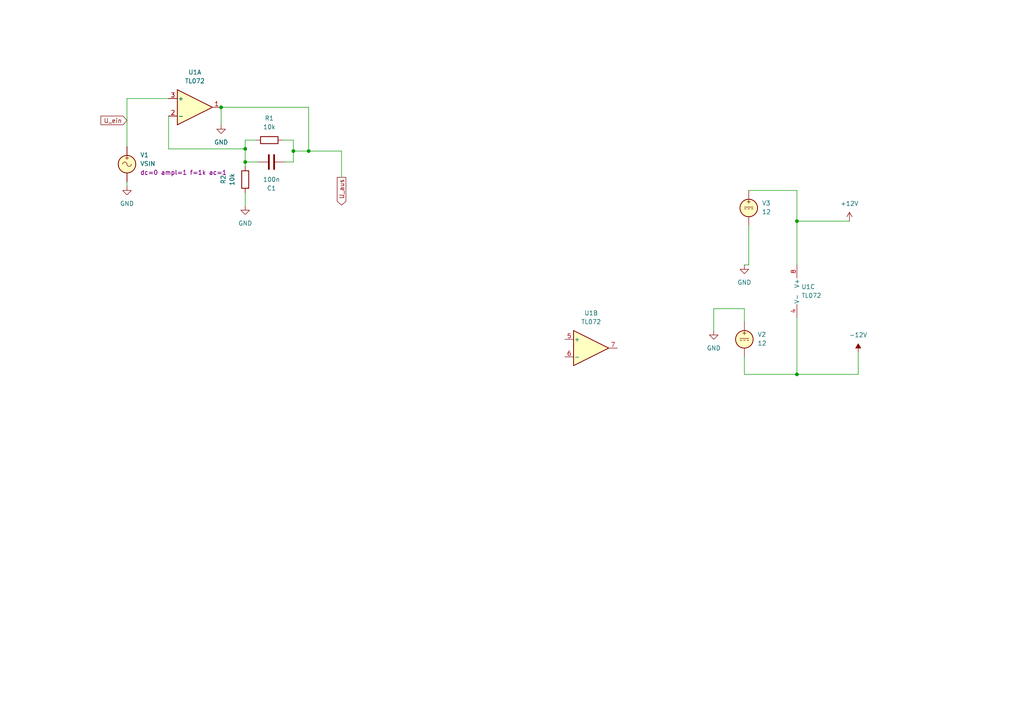
<source format=kicad_sch>
(kicad_sch (version 20230121) (generator eeschema)

  (uuid 8dbf31aa-c9b2-47c2-8f7f-4d1516def470)

  (paper "A4")

  (lib_symbols
    (symbol "Amplifier_Operational:TL072" (pin_names (offset 0.127)) (in_bom yes) (on_board yes)
      (property "Reference" "U" (at 0 5.08 0)
        (effects (font (size 1.27 1.27)) (justify left))
      )
      (property "Value" "TL072" (at 0 -5.08 0)
        (effects (font (size 1.27 1.27)) (justify left))
      )
      (property "Footprint" "" (at 0 0 0)
        (effects (font (size 1.27 1.27)) hide)
      )
      (property "Datasheet" "http://www.ti.com/lit/ds/symlink/tl071.pdf" (at 0 0 0)
        (effects (font (size 1.27 1.27)) hide)
      )
      (property "ki_locked" "" (at 0 0 0)
        (effects (font (size 1.27 1.27)))
      )
      (property "ki_keywords" "dual opamp" (at 0 0 0)
        (effects (font (size 1.27 1.27)) hide)
      )
      (property "ki_description" "Dual Low-Noise JFET-Input Operational Amplifiers, DIP-8/SOIC-8" (at 0 0 0)
        (effects (font (size 1.27 1.27)) hide)
      )
      (property "ki_fp_filters" "SOIC*3.9x4.9mm*P1.27mm* DIP*W7.62mm* TO*99* OnSemi*Micro8* TSSOP*3x3mm*P0.65mm* TSSOP*4.4x3mm*P0.65mm* MSOP*3x3mm*P0.65mm* SSOP*3.9x4.9mm*P0.635mm* LFCSP*2x2mm*P0.5mm* *SIP* SOIC*5.3x6.2mm*P1.27mm*" (at 0 0 0)
        (effects (font (size 1.27 1.27)) hide)
      )
      (symbol "TL072_1_1"
        (polyline
          (pts
            (xy -5.08 5.08)
            (xy 5.08 0)
            (xy -5.08 -5.08)
            (xy -5.08 5.08)
          )
          (stroke (width 0.254) (type default))
          (fill (type background))
        )
        (pin output line (at 7.62 0 180) (length 2.54)
          (name "~" (effects (font (size 1.27 1.27))))
          (number "1" (effects (font (size 1.27 1.27))))
        )
        (pin input line (at -7.62 -2.54 0) (length 2.54)
          (name "-" (effects (font (size 1.27 1.27))))
          (number "2" (effects (font (size 1.27 1.27))))
        )
        (pin input line (at -7.62 2.54 0) (length 2.54)
          (name "+" (effects (font (size 1.27 1.27))))
          (number "3" (effects (font (size 1.27 1.27))))
        )
      )
      (symbol "TL072_2_1"
        (polyline
          (pts
            (xy -5.08 5.08)
            (xy 5.08 0)
            (xy -5.08 -5.08)
            (xy -5.08 5.08)
          )
          (stroke (width 0.254) (type default))
          (fill (type background))
        )
        (pin input line (at -7.62 2.54 0) (length 2.54)
          (name "+" (effects (font (size 1.27 1.27))))
          (number "5" (effects (font (size 1.27 1.27))))
        )
        (pin input line (at -7.62 -2.54 0) (length 2.54)
          (name "-" (effects (font (size 1.27 1.27))))
          (number "6" (effects (font (size 1.27 1.27))))
        )
        (pin output line (at 7.62 0 180) (length 2.54)
          (name "~" (effects (font (size 1.27 1.27))))
          (number "7" (effects (font (size 1.27 1.27))))
        )
      )
      (symbol "TL072_3_1"
        (pin power_in line (at -2.54 -7.62 90) (length 3.81)
          (name "V-" (effects (font (size 1.27 1.27))))
          (number "4" (effects (font (size 1.27 1.27))))
        )
        (pin power_in line (at -2.54 7.62 270) (length 3.81)
          (name "V+" (effects (font (size 1.27 1.27))))
          (number "8" (effects (font (size 1.27 1.27))))
        )
      )
    )
    (symbol "Device:C" (pin_numbers hide) (pin_names (offset 0.254)) (in_bom yes) (on_board yes)
      (property "Reference" "C" (at 0.635 2.54 0)
        (effects (font (size 1.27 1.27)) (justify left))
      )
      (property "Value" "C" (at 0.635 -2.54 0)
        (effects (font (size 1.27 1.27)) (justify left))
      )
      (property "Footprint" "" (at 0.9652 -3.81 0)
        (effects (font (size 1.27 1.27)) hide)
      )
      (property "Datasheet" "~" (at 0 0 0)
        (effects (font (size 1.27 1.27)) hide)
      )
      (property "ki_keywords" "cap capacitor" (at 0 0 0)
        (effects (font (size 1.27 1.27)) hide)
      )
      (property "ki_description" "Unpolarized capacitor" (at 0 0 0)
        (effects (font (size 1.27 1.27)) hide)
      )
      (property "ki_fp_filters" "C_*" (at 0 0 0)
        (effects (font (size 1.27 1.27)) hide)
      )
      (symbol "C_0_1"
        (polyline
          (pts
            (xy -2.032 -0.762)
            (xy 2.032 -0.762)
          )
          (stroke (width 0.508) (type default))
          (fill (type none))
        )
        (polyline
          (pts
            (xy -2.032 0.762)
            (xy 2.032 0.762)
          )
          (stroke (width 0.508) (type default))
          (fill (type none))
        )
      )
      (symbol "C_1_1"
        (pin passive line (at 0 3.81 270) (length 2.794)
          (name "~" (effects (font (size 1.27 1.27))))
          (number "1" (effects (font (size 1.27 1.27))))
        )
        (pin passive line (at 0 -3.81 90) (length 2.794)
          (name "~" (effects (font (size 1.27 1.27))))
          (number "2" (effects (font (size 1.27 1.27))))
        )
      )
    )
    (symbol "Device:R" (pin_numbers hide) (pin_names (offset 0)) (in_bom yes) (on_board yes)
      (property "Reference" "R" (at 2.032 0 90)
        (effects (font (size 1.27 1.27)))
      )
      (property "Value" "R" (at 0 0 90)
        (effects (font (size 1.27 1.27)))
      )
      (property "Footprint" "" (at -1.778 0 90)
        (effects (font (size 1.27 1.27)) hide)
      )
      (property "Datasheet" "~" (at 0 0 0)
        (effects (font (size 1.27 1.27)) hide)
      )
      (property "ki_keywords" "R res resistor" (at 0 0 0)
        (effects (font (size 1.27 1.27)) hide)
      )
      (property "ki_description" "Resistor" (at 0 0 0)
        (effects (font (size 1.27 1.27)) hide)
      )
      (property "ki_fp_filters" "R_*" (at 0 0 0)
        (effects (font (size 1.27 1.27)) hide)
      )
      (symbol "R_0_1"
        (rectangle (start -1.016 -2.54) (end 1.016 2.54)
          (stroke (width 0.254) (type default))
          (fill (type none))
        )
      )
      (symbol "R_1_1"
        (pin passive line (at 0 3.81 270) (length 1.27)
          (name "~" (effects (font (size 1.27 1.27))))
          (number "1" (effects (font (size 1.27 1.27))))
        )
        (pin passive line (at 0 -3.81 90) (length 1.27)
          (name "~" (effects (font (size 1.27 1.27))))
          (number "2" (effects (font (size 1.27 1.27))))
        )
      )
    )
    (symbol "Simulation_SPICE:VDC" (pin_numbers hide) (pin_names (offset 0.0254)) (in_bom yes) (on_board yes)
      (property "Reference" "V" (at 2.54 2.54 0)
        (effects (font (size 1.27 1.27)) (justify left))
      )
      (property "Value" "1" (at 2.54 0 0)
        (effects (font (size 1.27 1.27)) (justify left))
      )
      (property "Footprint" "" (at 0 0 0)
        (effects (font (size 1.27 1.27)) hide)
      )
      (property "Datasheet" "~" (at 0 0 0)
        (effects (font (size 1.27 1.27)) hide)
      )
      (property "Sim.Pins" "1=+ 2=-" (at 0 0 0)
        (effects (font (size 1.27 1.27)) hide)
      )
      (property "Sim.Type" "DC" (at 0 0 0)
        (effects (font (size 1.27 1.27)) hide)
      )
      (property "Sim.Device" "V" (at 0 0 0)
        (effects (font (size 1.27 1.27)) (justify left) hide)
      )
      (property "ki_keywords" "simulation" (at 0 0 0)
        (effects (font (size 1.27 1.27)) hide)
      )
      (property "ki_description" "Voltage source, DC" (at 0 0 0)
        (effects (font (size 1.27 1.27)) hide)
      )
      (symbol "VDC_0_0"
        (polyline
          (pts
            (xy -1.27 0.254)
            (xy 1.27 0.254)
          )
          (stroke (width 0) (type default))
          (fill (type none))
        )
        (polyline
          (pts
            (xy -0.762 -0.254)
            (xy -1.27 -0.254)
          )
          (stroke (width 0) (type default))
          (fill (type none))
        )
        (polyline
          (pts
            (xy 0.254 -0.254)
            (xy -0.254 -0.254)
          )
          (stroke (width 0) (type default))
          (fill (type none))
        )
        (polyline
          (pts
            (xy 1.27 -0.254)
            (xy 0.762 -0.254)
          )
          (stroke (width 0) (type default))
          (fill (type none))
        )
        (text "+" (at 0 1.905 0)
          (effects (font (size 1.27 1.27)))
        )
      )
      (symbol "VDC_0_1"
        (circle (center 0 0) (radius 2.54)
          (stroke (width 0.254) (type default))
          (fill (type background))
        )
      )
      (symbol "VDC_1_1"
        (pin passive line (at 0 5.08 270) (length 2.54)
          (name "~" (effects (font (size 1.27 1.27))))
          (number "1" (effects (font (size 1.27 1.27))))
        )
        (pin passive line (at 0 -5.08 90) (length 2.54)
          (name "~" (effects (font (size 1.27 1.27))))
          (number "2" (effects (font (size 1.27 1.27))))
        )
      )
    )
    (symbol "Simulation_SPICE:VSIN" (pin_numbers hide) (pin_names (offset 0.0254)) (in_bom yes) (on_board yes)
      (property "Reference" "V" (at 2.54 2.54 0)
        (effects (font (size 1.27 1.27)) (justify left))
      )
      (property "Value" "VSIN" (at 2.54 0 0)
        (effects (font (size 1.27 1.27)) (justify left))
      )
      (property "Footprint" "" (at 0 0 0)
        (effects (font (size 1.27 1.27)) hide)
      )
      (property "Datasheet" "~" (at 0 0 0)
        (effects (font (size 1.27 1.27)) hide)
      )
      (property "Sim.Pins" "1=+ 2=-" (at 0 0 0)
        (effects (font (size 1.27 1.27)) hide)
      )
      (property "Sim.Params" "dc=0 ampl=1 f=1k ac=1" (at 2.54 -2.54 0)
        (effects (font (size 1.27 1.27)) (justify left))
      )
      (property "Sim.Type" "SIN" (at 0 0 0)
        (effects (font (size 1.27 1.27)) hide)
      )
      (property "Sim.Device" "V" (at 0 0 0)
        (effects (font (size 1.27 1.27)) (justify left) hide)
      )
      (property "ki_keywords" "simulation ac vac" (at 0 0 0)
        (effects (font (size 1.27 1.27)) hide)
      )
      (property "ki_description" "Voltage source, sinusoidal" (at 0 0 0)
        (effects (font (size 1.27 1.27)) hide)
      )
      (symbol "VSIN_0_0"
        (arc (start 0 0) (mid -0.635 0.6323) (end -1.27 0)
          (stroke (width 0) (type default))
          (fill (type none))
        )
        (arc (start 0 0) (mid 0.635 -0.6323) (end 1.27 0)
          (stroke (width 0) (type default))
          (fill (type none))
        )
        (text "+" (at 0 1.905 0)
          (effects (font (size 1.27 1.27)))
        )
      )
      (symbol "VSIN_0_1"
        (circle (center 0 0) (radius 2.54)
          (stroke (width 0.254) (type default))
          (fill (type background))
        )
      )
      (symbol "VSIN_1_1"
        (pin passive line (at 0 5.08 270) (length 2.54)
          (name "~" (effects (font (size 1.27 1.27))))
          (number "1" (effects (font (size 1.27 1.27))))
        )
        (pin passive line (at 0 -5.08 90) (length 2.54)
          (name "~" (effects (font (size 1.27 1.27))))
          (number "2" (effects (font (size 1.27 1.27))))
        )
      )
    )
    (symbol "power:+12V" (power) (pin_names (offset 0)) (in_bom yes) (on_board yes)
      (property "Reference" "#PWR" (at 0 -3.81 0)
        (effects (font (size 1.27 1.27)) hide)
      )
      (property "Value" "+12V" (at 0 3.556 0)
        (effects (font (size 1.27 1.27)))
      )
      (property "Footprint" "" (at 0 0 0)
        (effects (font (size 1.27 1.27)) hide)
      )
      (property "Datasheet" "" (at 0 0 0)
        (effects (font (size 1.27 1.27)) hide)
      )
      (property "ki_keywords" "global power" (at 0 0 0)
        (effects (font (size 1.27 1.27)) hide)
      )
      (property "ki_description" "Power symbol creates a global label with name \"+12V\"" (at 0 0 0)
        (effects (font (size 1.27 1.27)) hide)
      )
      (symbol "+12V_0_1"
        (polyline
          (pts
            (xy -0.762 1.27)
            (xy 0 2.54)
          )
          (stroke (width 0) (type default))
          (fill (type none))
        )
        (polyline
          (pts
            (xy 0 0)
            (xy 0 2.54)
          )
          (stroke (width 0) (type default))
          (fill (type none))
        )
        (polyline
          (pts
            (xy 0 2.54)
            (xy 0.762 1.27)
          )
          (stroke (width 0) (type default))
          (fill (type none))
        )
      )
      (symbol "+12V_1_1"
        (pin power_in line (at 0 0 90) (length 0) hide
          (name "+12V" (effects (font (size 1.27 1.27))))
          (number "1" (effects (font (size 1.27 1.27))))
        )
      )
    )
    (symbol "power:-12V" (power) (pin_names (offset 0)) (in_bom yes) (on_board yes)
      (property "Reference" "#PWR" (at 0 2.54 0)
        (effects (font (size 1.27 1.27)) hide)
      )
      (property "Value" "-12V" (at 0 3.81 0)
        (effects (font (size 1.27 1.27)))
      )
      (property "Footprint" "" (at 0 0 0)
        (effects (font (size 1.27 1.27)) hide)
      )
      (property "Datasheet" "" (at 0 0 0)
        (effects (font (size 1.27 1.27)) hide)
      )
      (property "ki_keywords" "global power" (at 0 0 0)
        (effects (font (size 1.27 1.27)) hide)
      )
      (property "ki_description" "Power symbol creates a global label with name \"-12V\"" (at 0 0 0)
        (effects (font (size 1.27 1.27)) hide)
      )
      (symbol "-12V_0_0"
        (pin power_in line (at 0 0 90) (length 0) hide
          (name "-12V" (effects (font (size 1.27 1.27))))
          (number "1" (effects (font (size 1.27 1.27))))
        )
      )
      (symbol "-12V_0_1"
        (polyline
          (pts
            (xy 0 0)
            (xy 0 1.27)
            (xy 0.762 1.27)
            (xy 0 2.54)
            (xy -0.762 1.27)
            (xy 0 1.27)
          )
          (stroke (width 0) (type default))
          (fill (type outline))
        )
      )
    )
    (symbol "power:GND" (power) (pin_names (offset 0)) (in_bom yes) (on_board yes)
      (property "Reference" "#PWR" (at 0 -6.35 0)
        (effects (font (size 1.27 1.27)) hide)
      )
      (property "Value" "GND" (at 0 -3.81 0)
        (effects (font (size 1.27 1.27)))
      )
      (property "Footprint" "" (at 0 0 0)
        (effects (font (size 1.27 1.27)) hide)
      )
      (property "Datasheet" "" (at 0 0 0)
        (effects (font (size 1.27 1.27)) hide)
      )
      (property "ki_keywords" "global power" (at 0 0 0)
        (effects (font (size 1.27 1.27)) hide)
      )
      (property "ki_description" "Power symbol creates a global label with name \"GND\" , ground" (at 0 0 0)
        (effects (font (size 1.27 1.27)) hide)
      )
      (symbol "GND_0_1"
        (polyline
          (pts
            (xy 0 0)
            (xy 0 -1.27)
            (xy 1.27 -1.27)
            (xy 0 -2.54)
            (xy -1.27 -1.27)
            (xy 0 -1.27)
          )
          (stroke (width 0) (type default))
          (fill (type none))
        )
      )
      (symbol "GND_1_1"
        (pin power_in line (at 0 0 270) (length 0) hide
          (name "GND" (effects (font (size 1.27 1.27))))
          (number "1" (effects (font (size 1.27 1.27))))
        )
      )
    )
  )

  (junction (at 85.09 43.815) (diameter 0) (color 0 0 0 0)
    (uuid 12c56db7-74f5-41b0-ae91-6b673c66fec2)
  )
  (junction (at 89.535 43.815) (diameter 0) (color 0 0 0 0)
    (uuid 32050f8c-dea8-4db2-adc7-e7ed72e00855)
  )
  (junction (at 64.135 31.115) (diameter 0) (color 0 0 0 0)
    (uuid 53e0f303-ec30-4c87-aea8-cee7de02564d)
  )
  (junction (at 231.14 64.135) (diameter 0) (color 0 0 0 0)
    (uuid 81c9c8ae-bab7-4c99-bdbc-e9e36970d668)
  )
  (junction (at 71.12 46.99) (diameter 0) (color 0 0 0 0)
    (uuid 875dd8c5-0aa1-4ae6-aebf-8a96989cee5e)
  )
  (junction (at 71.12 43.18) (diameter 0) (color 0 0 0 0)
    (uuid bdb595e0-b377-4466-9b41-9f8e43f78e1f)
  )
  (junction (at 231.14 108.585) (diameter 0) (color 0 0 0 0)
    (uuid d5df1c9a-e7d4-41bf-b7d3-fed4e2b476d5)
  )

  (wire (pts (xy 217.17 65.405) (xy 217.17 76.835))
    (stroke (width 0) (type default))
    (uuid 0cfa8894-738b-4386-ae3c-e2c1436b5eb7)
  )
  (wire (pts (xy 215.9 103.505) (xy 215.9 108.585))
    (stroke (width 0) (type default))
    (uuid 2c9b2454-7fc8-4c2e-80b7-0337afae21b4)
  )
  (wire (pts (xy 215.9 89.535) (xy 215.9 93.345))
    (stroke (width 0) (type default))
    (uuid 2dabe20f-6acd-4c1b-a885-8148708406b5)
  )
  (wire (pts (xy 48.895 33.655) (xy 48.895 43.18))
    (stroke (width 0) (type default))
    (uuid 3211ded7-fcf0-4eb6-8a12-b48104d52c00)
  )
  (wire (pts (xy 71.12 46.99) (xy 71.12 48.26))
    (stroke (width 0) (type default))
    (uuid 328dd526-9fc4-45da-9b95-6e96b3339d8e)
  )
  (wire (pts (xy 85.09 43.815) (xy 85.09 40.64))
    (stroke (width 0) (type default))
    (uuid 437b6447-f5a0-49fc-9b35-1d83e78452aa)
  )
  (wire (pts (xy 85.09 40.64) (xy 81.915 40.64))
    (stroke (width 0) (type default))
    (uuid 4c44aac0-7a97-478e-a825-8dc5fd4cf4f6)
  )
  (wire (pts (xy 248.92 102.235) (xy 248.92 108.585))
    (stroke (width 0) (type default))
    (uuid 58f29fcc-7d12-4f21-aa78-e575950aea41)
  )
  (wire (pts (xy 231.14 92.075) (xy 231.14 108.585))
    (stroke (width 0) (type default))
    (uuid 6a9bab07-0785-4fa9-a8c4-021786f991f7)
  )
  (wire (pts (xy 71.12 43.18) (xy 71.12 46.99))
    (stroke (width 0) (type default))
    (uuid 6ea5bc32-5751-453c-bed5-74bdbd36cb95)
  )
  (wire (pts (xy 82.55 46.99) (xy 85.09 46.99))
    (stroke (width 0) (type default))
    (uuid 70aaf45f-f11b-4966-9ee9-e4aeb2e4c200)
  )
  (wire (pts (xy 85.09 43.815) (xy 85.09 46.99))
    (stroke (width 0) (type default))
    (uuid 70b6afac-4858-4cb3-b8e6-00fbad8a5ad0)
  )
  (wire (pts (xy 74.295 40.64) (xy 71.12 40.64))
    (stroke (width 0) (type default))
    (uuid 7fef1ae1-a78e-4565-9ca8-5e7f9ccafce4)
  )
  (wire (pts (xy 89.535 31.115) (xy 89.535 43.815))
    (stroke (width 0) (type default))
    (uuid 85dbc386-efa8-4c48-b9f4-49c061f6a664)
  )
  (wire (pts (xy 217.17 55.245) (xy 231.14 55.245))
    (stroke (width 0) (type default))
    (uuid 889e2cda-341e-497a-8a99-0f69c52249c1)
  )
  (wire (pts (xy 231.14 64.135) (xy 231.14 76.835))
    (stroke (width 0) (type default))
    (uuid 943b3e25-5333-4f8f-be9c-6a4185946cc5)
  )
  (wire (pts (xy 246.38 64.135) (xy 231.14 64.135))
    (stroke (width 0) (type default))
    (uuid 9c0ceb88-c236-4163-b892-2760ab0c4db4)
  )
  (wire (pts (xy 71.12 46.99) (xy 74.93 46.99))
    (stroke (width 0) (type default))
    (uuid a07cdde4-22eb-4dbf-a497-ebbdc2f510d2)
  )
  (wire (pts (xy 207.01 89.535) (xy 215.9 89.535))
    (stroke (width 0) (type default))
    (uuid a305a662-9d14-493f-9b05-367015e91a32)
  )
  (wire (pts (xy 217.17 76.835) (xy 215.9 76.835))
    (stroke (width 0) (type default))
    (uuid a5ca1d22-c534-433f-9062-5e82673d487d)
  )
  (wire (pts (xy 36.83 52.705) (xy 36.83 53.975))
    (stroke (width 0) (type default))
    (uuid b1305baa-d30f-4391-88dc-85dcf9bd4aeb)
  )
  (wire (pts (xy 231.14 55.245) (xy 231.14 64.135))
    (stroke (width 0) (type default))
    (uuid b1eacba4-2ef0-4536-a2aa-e4e74e47a85f)
  )
  (wire (pts (xy 64.135 31.115) (xy 89.535 31.115))
    (stroke (width 0) (type default))
    (uuid bc7432be-033b-4f11-923d-506e4764c3f4)
  )
  (wire (pts (xy 207.01 95.885) (xy 207.01 89.535))
    (stroke (width 0) (type default))
    (uuid bfdaccfa-3d69-4e26-a67b-2384a2ad1808)
  )
  (wire (pts (xy 89.535 43.815) (xy 99.06 43.815))
    (stroke (width 0) (type default))
    (uuid c147bcf2-0922-4280-9f56-4dca97f0225c)
  )
  (wire (pts (xy 85.09 43.815) (xy 89.535 43.815))
    (stroke (width 0) (type default))
    (uuid c305a140-c352-4b1e-94f0-6b9d7c84188f)
  )
  (wire (pts (xy 215.9 108.585) (xy 231.14 108.585))
    (stroke (width 0) (type default))
    (uuid c6b8c36b-0253-4b43-b727-67bca180795f)
  )
  (wire (pts (xy 71.12 40.64) (xy 71.12 43.18))
    (stroke (width 0) (type default))
    (uuid c8a465fb-fbc5-4c35-b1aa-0c79f85f5a96)
  )
  (wire (pts (xy 48.895 28.575) (xy 36.83 28.575))
    (stroke (width 0) (type default))
    (uuid ca7d9e6c-17fe-4810-9ce3-df46e6d94091)
  )
  (wire (pts (xy 231.14 108.585) (xy 248.92 108.585))
    (stroke (width 0) (type default))
    (uuid cb85093e-de3e-489b-9134-0e0dccb894f4)
  )
  (wire (pts (xy 99.06 43.815) (xy 99.06 51.435))
    (stroke (width 0) (type default))
    (uuid dbd3ed69-5d76-4589-80eb-b6eff57b81cd)
  )
  (wire (pts (xy 48.895 43.18) (xy 71.12 43.18))
    (stroke (width 0) (type default))
    (uuid df5a3655-f357-4ec1-807f-383f8a7da4a5)
  )
  (wire (pts (xy 71.12 55.88) (xy 71.12 59.69))
    (stroke (width 0) (type default))
    (uuid e5d8f7b6-f422-4d10-9a95-a149e3f52d55)
  )
  (wire (pts (xy 36.83 28.575) (xy 36.83 42.545))
    (stroke (width 0) (type default))
    (uuid e77c7f3c-fbdb-4411-bb69-55156b6ab64c)
  )
  (wire (pts (xy 64.135 31.115) (xy 64.135 36.195))
    (stroke (width 0) (type default))
    (uuid f6e4f4ea-871a-4f64-97a5-4c6ca01cb37e)
  )

  (global_label "U_aus" (shape output) (at 99.06 51.435 270) (fields_autoplaced)
    (effects (font (size 1.27 1.27)) (justify right))
    (uuid 3db5356f-1a30-4173-ae42-23745a4a8da4)
    (property "Intersheetrefs" "${INTERSHEET_REFS}" (at 99.06 60.0444 90)
      (effects (font (size 1.27 1.27)) (justify right) hide)
    )
  )
  (global_label "U_ein" (shape input) (at 36.83 34.925 180) (fields_autoplaced)
    (effects (font (size 1.27 1.27)) (justify right))
    (uuid ba6ff03f-1419-4146-9656-ada984187955)
    (property "Intersheetrefs" "${INTERSHEET_REFS}" (at 28.7043 34.925 0)
      (effects (font (size 1.27 1.27)) (justify right) hide)
    )
  )

  (symbol (lib_id "Amplifier_Operational:TL072") (at 233.68 84.455 0) (unit 3)
    (in_bom yes) (on_board yes) (dnp no) (fields_autoplaced)
    (uuid 0b7be225-4927-4cbc-95f3-f96ac2cc8a1f)
    (property "Reference" "U1" (at 232.41 83.185 0)
      (effects (font (size 1.27 1.27)) (justify left))
    )
    (property "Value" "TL072" (at 232.41 85.725 0)
      (effects (font (size 1.27 1.27)) (justify left))
    )
    (property "Footprint" "" (at 233.68 84.455 0)
      (effects (font (size 1.27 1.27)) hide)
    )
    (property "Datasheet" "http://www.ti.com/lit/ds/symlink/tl071.pdf" (at 233.68 84.455 0)
      (effects (font (size 1.27 1.27)) hide)
    )
    (property "Sim.Library" "TL072-dual.lib" (at 233.68 84.455 0)
      (effects (font (size 1.27 1.27)) hide)
    )
    (property "Sim.Name" "TL072c" (at 233.68 84.455 0)
      (effects (font (size 1.27 1.27)) hide)
    )
    (property "Sim.Device" "SUBCKT" (at 233.68 84.455 0)
      (effects (font (size 1.27 1.27)) hide)
    )
    (property "Sim.Pins" "1=1out 2=1in- 3=1in+ 4=vcc- 5=2in+ 6=2in- 7=2out 8=vcc+" (at 233.68 84.455 0)
      (effects (font (size 1.27 1.27)) hide)
    )
    (pin "1" (uuid 4656fd70-2ca1-49ec-9f89-156c6fbe8875))
    (pin "6" (uuid 66a902a4-9b01-46de-9f50-c96184fd7914))
    (pin "4" (uuid 9be99573-3395-43da-9592-e51f392a15b9))
    (pin "3" (uuid b467f47e-a94f-48f3-bfa9-10981c35931b))
    (pin "2" (uuid 4c86c15a-29ab-427c-9fdf-c10e912adc12))
    (pin "5" (uuid 01d2a251-e2ca-4137-97ff-c60209863518))
    (pin "8" (uuid e2da7c33-e336-423a-9b25-9892644608f3))
    (pin "7" (uuid 86a2f517-de06-400b-9888-a463ad573733))
    (instances
      (project "lagpass"
        (path "/8dbf31aa-c9b2-47c2-8f7f-4d1516def470"
          (reference "U1") (unit 3)
        )
      )
    )
  )

  (symbol (lib_id "power:GND") (at 64.135 36.195 0) (unit 1)
    (in_bom yes) (on_board yes) (dnp no) (fields_autoplaced)
    (uuid 26ba5cfa-fef6-480c-b538-9d425ec40e11)
    (property "Reference" "#PWR07" (at 64.135 42.545 0)
      (effects (font (size 1.27 1.27)) hide)
    )
    (property "Value" "GND" (at 64.135 41.275 0)
      (effects (font (size 1.27 1.27)))
    )
    (property "Footprint" "" (at 64.135 36.195 0)
      (effects (font (size 1.27 1.27)) hide)
    )
    (property "Datasheet" "" (at 64.135 36.195 0)
      (effects (font (size 1.27 1.27)) hide)
    )
    (pin "1" (uuid 73b4e91c-edd8-4736-beee-2aa295e8056e))
    (instances
      (project "lagpass"
        (path "/8dbf31aa-c9b2-47c2-8f7f-4d1516def470"
          (reference "#PWR07") (unit 1)
        )
      )
    )
  )

  (symbol (lib_id "power:GND") (at 36.83 53.975 0) (unit 1)
    (in_bom yes) (on_board yes) (dnp no) (fields_autoplaced)
    (uuid 392f567f-e58a-47dd-9e15-67d0ca742f0d)
    (property "Reference" "#PWR01" (at 36.83 60.325 0)
      (effects (font (size 1.27 1.27)) hide)
    )
    (property "Value" "GND" (at 36.83 59.055 0)
      (effects (font (size 1.27 1.27)))
    )
    (property "Footprint" "" (at 36.83 53.975 0)
      (effects (font (size 1.27 1.27)) hide)
    )
    (property "Datasheet" "" (at 36.83 53.975 0)
      (effects (font (size 1.27 1.27)) hide)
    )
    (pin "1" (uuid b46afdec-5a33-4076-bd0f-491edcb5b17d))
    (instances
      (project "lagpass"
        (path "/8dbf31aa-c9b2-47c2-8f7f-4d1516def470"
          (reference "#PWR01") (unit 1)
        )
      )
    )
  )

  (symbol (lib_id "Simulation_SPICE:VDC") (at 215.9 98.425 0) (unit 1)
    (in_bom yes) (on_board yes) (dnp no) (fields_autoplaced)
    (uuid 3ed20dfd-839c-485a-aa4a-ef7fd65914df)
    (property "Reference" "V2" (at 219.71 97.0252 0)
      (effects (font (size 1.27 1.27)) (justify left))
    )
    (property "Value" "12" (at 219.71 99.5652 0)
      (effects (font (size 1.27 1.27)) (justify left))
    )
    (property "Footprint" "" (at 215.9 98.425 0)
      (effects (font (size 1.27 1.27)) hide)
    )
    (property "Datasheet" "~" (at 215.9 98.425 0)
      (effects (font (size 1.27 1.27)) hide)
    )
    (property "Sim.Pins" "1=+ 2=-" (at 215.9 98.425 0)
      (effects (font (size 1.27 1.27)) hide)
    )
    (property "Sim.Type" "DC" (at 215.9 98.425 0)
      (effects (font (size 1.27 1.27)) hide)
    )
    (property "Sim.Device" "V" (at 215.9 98.425 0)
      (effects (font (size 1.27 1.27)) (justify left) hide)
    )
    (pin "2" (uuid add247ae-7688-434f-96de-27a3ae4c1dc5))
    (pin "1" (uuid 480f830a-2ba0-41a5-b56e-da6f837284be))
    (instances
      (project "lagpass"
        (path "/8dbf31aa-c9b2-47c2-8f7f-4d1516def470"
          (reference "V2") (unit 1)
        )
      )
    )
  )

  (symbol (lib_id "power:GND") (at 207.01 95.885 0) (unit 1)
    (in_bom yes) (on_board yes) (dnp no) (fields_autoplaced)
    (uuid 6606f3b0-4148-40f3-9493-c34a7f00e67e)
    (property "Reference" "#PWR03" (at 207.01 102.235 0)
      (effects (font (size 1.27 1.27)) hide)
    )
    (property "Value" "GND" (at 207.01 100.965 0)
      (effects (font (size 1.27 1.27)))
    )
    (property "Footprint" "" (at 207.01 95.885 0)
      (effects (font (size 1.27 1.27)) hide)
    )
    (property "Datasheet" "" (at 207.01 95.885 0)
      (effects (font (size 1.27 1.27)) hide)
    )
    (pin "1" (uuid 91cfd099-3e6d-497e-9d98-1aebfa53087c))
    (instances
      (project "lagpass"
        (path "/8dbf31aa-c9b2-47c2-8f7f-4d1516def470"
          (reference "#PWR03") (unit 1)
        )
      )
    )
  )

  (symbol (lib_id "Amplifier_Operational:TL072") (at 56.515 31.115 0) (unit 1)
    (in_bom yes) (on_board yes) (dnp no)
    (uuid 7fa39c3b-35fb-4cdd-8dfe-b7cb2c79f733)
    (property "Reference" "U1" (at 56.515 20.955 0)
      (effects (font (size 1.27 1.27)))
    )
    (property "Value" "TL072" (at 56.515 23.495 0)
      (effects (font (size 1.27 1.27)))
    )
    (property "Footprint" "" (at 56.515 31.115 0)
      (effects (font (size 1.27 1.27)) hide)
    )
    (property "Datasheet" "http://www.ti.com/lit/ds/symlink/tl071.pdf" (at 56.515 31.115 0)
      (effects (font (size 1.27 1.27)) hide)
    )
    (property "Sim.Library" "TL072-dual.lib" (at 56.515 31.115 0)
      (effects (font (size 1.27 1.27)) hide)
    )
    (property "Sim.Name" "TL072c" (at 56.515 31.115 0)
      (effects (font (size 1.27 1.27)) hide)
    )
    (property "Sim.Device" "SUBCKT" (at 56.515 31.115 0)
      (effects (font (size 1.27 1.27)) hide)
    )
    (property "Sim.Pins" "1=1out 2=1in- 3=1in+ 4=vcc- 5=2in+ 6=2in- 7=2out 8=vcc+" (at 56.515 31.115 0)
      (effects (font (size 1.27 1.27)) hide)
    )
    (pin "1" (uuid f3910cb4-c839-446c-a09f-a98ecd655cd9))
    (pin "6" (uuid 66a902a4-9b01-46de-9f50-c96184fd7915))
    (pin "4" (uuid edecfdde-6efa-4657-8c48-24a746d61dff))
    (pin "3" (uuid 088d9ffc-1feb-4e80-ab36-090d66c8c9d2))
    (pin "2" (uuid fb2070eb-437a-4c93-8a89-acb1d6b36515))
    (pin "5" (uuid 01d2a251-e2ca-4137-97ff-c60209863519))
    (pin "8" (uuid 4af78e3b-c301-4034-bb4a-f9e4278a45a7))
    (pin "7" (uuid 86a2f517-de06-400b-9888-a463ad573734))
    (instances
      (project "lagpass"
        (path "/8dbf31aa-c9b2-47c2-8f7f-4d1516def470"
          (reference "U1") (unit 1)
        )
      )
    )
  )

  (symbol (lib_id "Device:R") (at 71.12 52.07 180) (unit 1)
    (in_bom yes) (on_board yes) (dnp no)
    (uuid 87917d65-025b-44ad-a29d-ea88e1c7d736)
    (property "Reference" "R2" (at 64.77 52.07 90)
      (effects (font (size 1.27 1.27)))
    )
    (property "Value" "10k" (at 67.31 52.07 90)
      (effects (font (size 1.27 1.27)))
    )
    (property "Footprint" "" (at 72.898 52.07 90)
      (effects (font (size 1.27 1.27)) hide)
    )
    (property "Datasheet" "~" (at 71.12 52.07 0)
      (effects (font (size 1.27 1.27)) hide)
    )
    (pin "2" (uuid 877c50c2-2989-4b58-ae07-083bc2196bdd))
    (pin "1" (uuid ca204d21-9cc2-4dfa-a4e3-c18412dd3999))
    (instances
      (project "lagpass"
        (path "/8dbf31aa-c9b2-47c2-8f7f-4d1516def470"
          (reference "R2") (unit 1)
        )
      )
    )
  )

  (symbol (lib_id "Device:R") (at 78.105 40.64 90) (unit 1)
    (in_bom yes) (on_board yes) (dnp no)
    (uuid 8c3cc220-b010-48a5-a578-2ba73ad6303c)
    (property "Reference" "R1" (at 78.105 34.29 90)
      (effects (font (size 1.27 1.27)))
    )
    (property "Value" "10k" (at 78.105 36.83 90)
      (effects (font (size 1.27 1.27)))
    )
    (property "Footprint" "" (at 78.105 42.418 90)
      (effects (font (size 1.27 1.27)) hide)
    )
    (property "Datasheet" "~" (at 78.105 40.64 0)
      (effects (font (size 1.27 1.27)) hide)
    )
    (pin "2" (uuid 2467f906-f222-42b4-a32a-bf5578912084))
    (pin "1" (uuid 35ab9806-703e-4c37-bbbd-e17a6a31ecdb))
    (instances
      (project "lagpass"
        (path "/8dbf31aa-c9b2-47c2-8f7f-4d1516def470"
          (reference "R1") (unit 1)
        )
      )
    )
  )

  (symbol (lib_id "Simulation_SPICE:VSIN") (at 36.83 47.625 0) (unit 1)
    (in_bom yes) (on_board yes) (dnp no) (fields_autoplaced)
    (uuid 8dc56673-6d8f-479a-80f1-852ffbac26f9)
    (property "Reference" "V1" (at 40.64 44.9552 0)
      (effects (font (size 1.27 1.27)) (justify left))
    )
    (property "Value" "VSIN" (at 40.64 47.4952 0)
      (effects (font (size 1.27 1.27)) (justify left))
    )
    (property "Footprint" "" (at 36.83 47.625 0)
      (effects (font (size 1.27 1.27)) hide)
    )
    (property "Datasheet" "~" (at 36.83 47.625 0)
      (effects (font (size 1.27 1.27)) hide)
    )
    (property "Sim.Pins" "1=+ 2=-" (at 36.83 47.625 0)
      (effects (font (size 1.27 1.27)) hide)
    )
    (property "Sim.Params" "dc=0 ampl=1 f=1k ac=1" (at 40.64 50.0352 0)
      (effects (font (size 1.27 1.27)) (justify left))
    )
    (property "Sim.Type" "SIN" (at 36.83 47.625 0)
      (effects (font (size 1.27 1.27)) hide)
    )
    (property "Sim.Device" "V" (at 36.83 47.625 0)
      (effects (font (size 1.27 1.27)) (justify left) hide)
    )
    (pin "1" (uuid 09ee8f65-d849-48a8-8fcf-cf47902bdd2e))
    (pin "2" (uuid 08f87291-d374-40a4-87e6-3dda2330a93e))
    (instances
      (project "lagpass"
        (path "/8dbf31aa-c9b2-47c2-8f7f-4d1516def470"
          (reference "V1") (unit 1)
        )
      )
    )
  )

  (symbol (lib_id "Simulation_SPICE:VDC") (at 217.17 60.325 0) (unit 1)
    (in_bom yes) (on_board yes) (dnp no) (fields_autoplaced)
    (uuid a78e73bb-627b-49b4-a28c-475a5f5bb260)
    (property "Reference" "V3" (at 220.98 58.9252 0)
      (effects (font (size 1.27 1.27)) (justify left))
    )
    (property "Value" "12" (at 220.98 61.4652 0)
      (effects (font (size 1.27 1.27)) (justify left))
    )
    (property "Footprint" "" (at 217.17 60.325 0)
      (effects (font (size 1.27 1.27)) hide)
    )
    (property "Datasheet" "~" (at 217.17 60.325 0)
      (effects (font (size 1.27 1.27)) hide)
    )
    (property "Sim.Pins" "1=+ 2=-" (at 217.17 60.325 0)
      (effects (font (size 1.27 1.27)) hide)
    )
    (property "Sim.Type" "DC" (at 217.17 60.325 0)
      (effects (font (size 1.27 1.27)) hide)
    )
    (property "Sim.Device" "V" (at 217.17 60.325 0)
      (effects (font (size 1.27 1.27)) (justify left) hide)
    )
    (pin "2" (uuid da542695-5df4-4278-bbb5-ef555eff3e00))
    (pin "1" (uuid 836c86c7-0769-4ffa-b1ff-721c79deb96a))
    (instances
      (project "lagpass"
        (path "/8dbf31aa-c9b2-47c2-8f7f-4d1516def470"
          (reference "V3") (unit 1)
        )
      )
    )
  )

  (symbol (lib_id "power:+12V") (at 246.38 64.135 0) (unit 1)
    (in_bom yes) (on_board yes) (dnp no) (fields_autoplaced)
    (uuid a938b22b-a18f-4b23-9833-289d08be9ea0)
    (property "Reference" "#PWR05" (at 246.38 67.945 0)
      (effects (font (size 1.27 1.27)) hide)
    )
    (property "Value" "+12V" (at 246.38 59.055 0)
      (effects (font (size 1.27 1.27)))
    )
    (property "Footprint" "" (at 246.38 64.135 0)
      (effects (font (size 1.27 1.27)) hide)
    )
    (property "Datasheet" "" (at 246.38 64.135 0)
      (effects (font (size 1.27 1.27)) hide)
    )
    (pin "1" (uuid 96008641-21e4-471b-9209-6f8ddfcdb288))
    (instances
      (project "lagpass"
        (path "/8dbf31aa-c9b2-47c2-8f7f-4d1516def470"
          (reference "#PWR05") (unit 1)
        )
      )
    )
  )

  (symbol (lib_id "power:GND") (at 71.12 59.69 0) (unit 1)
    (in_bom yes) (on_board yes) (dnp no) (fields_autoplaced)
    (uuid c5b9fc16-782b-474b-af3c-99038ed2ef27)
    (property "Reference" "#PWR02" (at 71.12 66.04 0)
      (effects (font (size 1.27 1.27)) hide)
    )
    (property "Value" "GND" (at 71.12 64.77 0)
      (effects (font (size 1.27 1.27)))
    )
    (property "Footprint" "" (at 71.12 59.69 0)
      (effects (font (size 1.27 1.27)) hide)
    )
    (property "Datasheet" "" (at 71.12 59.69 0)
      (effects (font (size 1.27 1.27)) hide)
    )
    (pin "1" (uuid da37fe7c-bfe8-43a8-806f-c20c80ad9295))
    (instances
      (project "lagpass"
        (path "/8dbf31aa-c9b2-47c2-8f7f-4d1516def470"
          (reference "#PWR02") (unit 1)
        )
      )
    )
  )

  (symbol (lib_id "Device:C") (at 78.74 46.99 90) (mirror x) (unit 1)
    (in_bom yes) (on_board yes) (dnp no)
    (uuid d0129f56-0854-4a34-bcd1-3f880633149b)
    (property "Reference" "C1" (at 78.74 54.61 90)
      (effects (font (size 1.27 1.27)))
    )
    (property "Value" "100n" (at 78.74 52.07 90)
      (effects (font (size 1.27 1.27)))
    )
    (property "Footprint" "" (at 82.55 47.9552 0)
      (effects (font (size 1.27 1.27)) hide)
    )
    (property "Datasheet" "~" (at 78.74 46.99 0)
      (effects (font (size 1.27 1.27)) hide)
    )
    (pin "2" (uuid 4564787f-021c-4b37-ab65-987d4e79461d))
    (pin "1" (uuid c45ce143-be77-4b36-a343-786b59d8b10a))
    (instances
      (project "lagpass"
        (path "/8dbf31aa-c9b2-47c2-8f7f-4d1516def470"
          (reference "C1") (unit 1)
        )
      )
    )
  )

  (symbol (lib_id "power:GND") (at 215.9 76.835 0) (unit 1)
    (in_bom yes) (on_board yes) (dnp no) (fields_autoplaced)
    (uuid d845806f-f0ca-4846-be35-c6c050d790a6)
    (property "Reference" "#PWR04" (at 215.9 83.185 0)
      (effects (font (size 1.27 1.27)) hide)
    )
    (property "Value" "GND" (at 215.9 81.915 0)
      (effects (font (size 1.27 1.27)))
    )
    (property "Footprint" "" (at 215.9 76.835 0)
      (effects (font (size 1.27 1.27)) hide)
    )
    (property "Datasheet" "" (at 215.9 76.835 0)
      (effects (font (size 1.27 1.27)) hide)
    )
    (pin "1" (uuid 20fb855f-0266-484f-9f23-691cfefc8b31))
    (instances
      (project "lagpass"
        (path "/8dbf31aa-c9b2-47c2-8f7f-4d1516def470"
          (reference "#PWR04") (unit 1)
        )
      )
    )
  )

  (symbol (lib_id "Amplifier_Operational:TL072") (at 171.45 100.965 0) (unit 2)
    (in_bom yes) (on_board yes) (dnp no) (fields_autoplaced)
    (uuid ec10570a-1397-4b29-850d-f6bb47da1979)
    (property "Reference" "U1" (at 171.45 90.805 0)
      (effects (font (size 1.27 1.27)))
    )
    (property "Value" "TL072" (at 171.45 93.345 0)
      (effects (font (size 1.27 1.27)))
    )
    (property "Footprint" "" (at 171.45 100.965 0)
      (effects (font (size 1.27 1.27)) hide)
    )
    (property "Datasheet" "http://www.ti.com/lit/ds/symlink/tl071.pdf" (at 171.45 100.965 0)
      (effects (font (size 1.27 1.27)) hide)
    )
    (property "Sim.Library" "TL072-dual.lib" (at 171.45 100.965 0)
      (effects (font (size 1.27 1.27)) hide)
    )
    (property "Sim.Name" "TL072c" (at 171.45 100.965 0)
      (effects (font (size 1.27 1.27)) hide)
    )
    (property "Sim.Device" "SUBCKT" (at 171.45 100.965 0)
      (effects (font (size 1.27 1.27)) hide)
    )
    (property "Sim.Pins" "1=1out 2=1in- 3=1in+ 4=vcc- 5=2in+ 6=2in- 7=2out 8=vcc+" (at 171.45 100.965 0)
      (effects (font (size 1.27 1.27)) hide)
    )
    (pin "1" (uuid 4656fd70-2ca1-49ec-9f89-156c6fbe8877))
    (pin "6" (uuid 1ea9c144-8174-4bd2-812a-df4289725b40))
    (pin "4" (uuid edecfdde-6efa-4657-8c48-24a746d61e00))
    (pin "3" (uuid b467f47e-a94f-48f3-bfa9-10981c35931d))
    (pin "2" (uuid 4c86c15a-29ab-427c-9fdf-c10e912adc14))
    (pin "5" (uuid 52089396-6e62-4dce-899f-a6f49a8d267a))
    (pin "8" (uuid 4af78e3b-c301-4034-bb4a-f9e4278a45a8))
    (pin "7" (uuid a186e8c7-0082-4666-9d0b-0403d2e5aac4))
    (instances
      (project "lagpass"
        (path "/8dbf31aa-c9b2-47c2-8f7f-4d1516def470"
          (reference "U1") (unit 2)
        )
      )
    )
  )

  (symbol (lib_id "power:-12V") (at 248.92 102.235 0) (unit 1)
    (in_bom yes) (on_board yes) (dnp no) (fields_autoplaced)
    (uuid f63a5b31-2ad6-4835-80e0-35a228873c1e)
    (property "Reference" "#PWR06" (at 248.92 99.695 0)
      (effects (font (size 1.27 1.27)) hide)
    )
    (property "Value" "-12V" (at 248.92 97.155 0)
      (effects (font (size 1.27 1.27)))
    )
    (property "Footprint" "" (at 248.92 102.235 0)
      (effects (font (size 1.27 1.27)) hide)
    )
    (property "Datasheet" "" (at 248.92 102.235 0)
      (effects (font (size 1.27 1.27)) hide)
    )
    (pin "1" (uuid 40160bdd-9935-4ac6-bbe8-7d40bd2f61df))
    (instances
      (project "lagpass"
        (path "/8dbf31aa-c9b2-47c2-8f7f-4d1516def470"
          (reference "#PWR06") (unit 1)
        )
      )
    )
  )

  (sheet_instances
    (path "/" (page "1"))
  )
)

</source>
